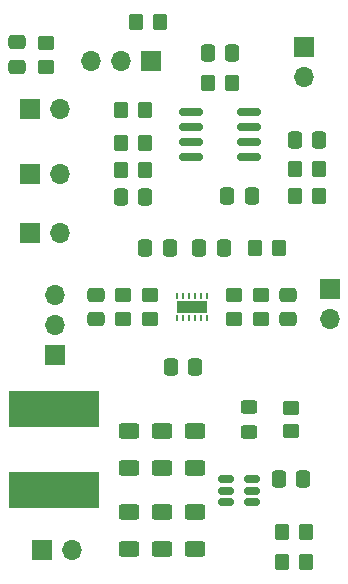
<source format=gbr>
%TF.GenerationSoftware,KiCad,Pcbnew,7.0.1-3b83917a11~172~ubuntu22.04.1*%
%TF.CreationDate,2023-04-19T02:42:24+01:00*%
%TF.ProjectId,mxr_microamp,6d78725f-6d69-4637-926f-616d702e6b69,rev?*%
%TF.SameCoordinates,Original*%
%TF.FileFunction,Soldermask,Top*%
%TF.FilePolarity,Negative*%
%FSLAX46Y46*%
G04 Gerber Fmt 4.6, Leading zero omitted, Abs format (unit mm)*
G04 Created by KiCad (PCBNEW 7.0.1-3b83917a11~172~ubuntu22.04.1) date 2023-04-19 02:42:24*
%MOMM*%
%LPD*%
G01*
G04 APERTURE LIST*
G04 Aperture macros list*
%AMRoundRect*
0 Rectangle with rounded corners*
0 $1 Rounding radius*
0 $2 $3 $4 $5 $6 $7 $8 $9 X,Y pos of 4 corners*
0 Add a 4 corners polygon primitive as box body*
4,1,4,$2,$3,$4,$5,$6,$7,$8,$9,$2,$3,0*
0 Add four circle primitives for the rounded corners*
1,1,$1+$1,$2,$3*
1,1,$1+$1,$4,$5*
1,1,$1+$1,$6,$7*
1,1,$1+$1,$8,$9*
0 Add four rect primitives between the rounded corners*
20,1,$1+$1,$2,$3,$4,$5,0*
20,1,$1+$1,$4,$5,$6,$7,0*
20,1,$1+$1,$6,$7,$8,$9,0*
20,1,$1+$1,$8,$9,$2,$3,0*%
G04 Aperture macros list end*
%ADD10O,1.700000X1.700000*%
%ADD11R,1.700000X1.700000*%
%ADD12RoundRect,0.250000X-0.350000X-0.450000X0.350000X-0.450000X0.350000X0.450000X-0.350000X0.450000X0*%
%ADD13RoundRect,0.250000X-0.337500X-0.475000X0.337500X-0.475000X0.337500X0.475000X-0.337500X0.475000X0*%
%ADD14RoundRect,0.250000X-0.475000X0.337500X-0.475000X-0.337500X0.475000X-0.337500X0.475000X0.337500X0*%
%ADD15RoundRect,0.250000X0.625000X-0.400000X0.625000X0.400000X-0.625000X0.400000X-0.625000X-0.400000X0*%
%ADD16RoundRect,0.250000X0.450000X-0.350000X0.450000X0.350000X-0.450000X0.350000X-0.450000X-0.350000X0*%
%ADD17RoundRect,0.250000X-0.625000X0.400000X-0.625000X-0.400000X0.625000X-0.400000X0.625000X0.400000X0*%
%ADD18RoundRect,0.250000X-0.450000X0.350000X-0.450000X-0.350000X0.450000X-0.350000X0.450000X0.350000X0*%
%ADD19RoundRect,0.250000X0.350000X0.450000X-0.350000X0.450000X-0.350000X-0.450000X0.350000X-0.450000X0*%
%ADD20RoundRect,0.250000X0.475000X-0.337500X0.475000X0.337500X-0.475000X0.337500X-0.475000X-0.337500X0*%
%ADD21RoundRect,0.250000X0.337500X0.475000X-0.337500X0.475000X-0.337500X-0.475000X0.337500X-0.475000X0*%
%ADD22R,7.700000X3.100000*%
%ADD23RoundRect,0.150000X-0.512500X-0.150000X0.512500X-0.150000X0.512500X0.150000X-0.512500X0.150000X0*%
%ADD24RoundRect,0.150000X-0.825000X-0.150000X0.825000X-0.150000X0.825000X0.150000X-0.825000X0.150000X0*%
%ADD25R,0.250000X0.500000*%
%ADD26R,2.650000X1.000000*%
%ADD27RoundRect,0.250000X-0.450000X0.325000X-0.450000X-0.325000X0.450000X-0.325000X0.450000X0.325000X0*%
G04 APERTURE END LIST*
D10*
%TO.C,J7*%
X132080000Y-82677000D03*
D11*
X129540000Y-82677000D03*
%TD*%
D10*
%TO.C,J6*%
X131673600Y-87909400D03*
X131673600Y-90449400D03*
D11*
X131673600Y-92989400D03*
%TD*%
D12*
%TO.C,R13*%
X137281500Y-72263000D03*
X139281500Y-72263000D03*
%TD*%
%TO.C,R12*%
X138551500Y-64770000D03*
X140551500Y-64770000D03*
%TD*%
D13*
%TO.C,C10*%
X146261000Y-79502000D03*
X148336000Y-79502000D03*
%TD*%
%TO.C,C9*%
X137244000Y-79629000D03*
X139319000Y-79629000D03*
%TD*%
%TO.C,C3*%
X151976000Y-74803000D03*
X154051000Y-74803000D03*
%TD*%
D12*
%TO.C,R7*%
X148606000Y-83947000D03*
X150606000Y-83947000D03*
%TD*%
D11*
%TO.C,J2*%
X152755600Y-66873200D03*
D10*
X152755600Y-69413200D03*
%TD*%
D14*
%TO.C,C7*%
X135148000Y-87862500D03*
X135148000Y-89937500D03*
%TD*%
%TO.C,C2*%
X128429050Y-66505000D03*
X128429050Y-68580000D03*
%TD*%
D13*
%TO.C,C5*%
X141393250Y-83947000D03*
X139318250Y-83947000D03*
%TD*%
D12*
%TO.C,R3*%
X137281500Y-75057000D03*
X139281500Y-75057000D03*
%TD*%
D11*
%TO.C,RV1*%
X139805500Y-68072000D03*
D10*
X137265500Y-68072000D03*
X134725500Y-68072000D03*
%TD*%
D15*
%TO.C,C16*%
X137922000Y-109386000D03*
X137922000Y-106286000D03*
%TD*%
%TO.C,C17*%
X140716000Y-109386000D03*
X140716000Y-106286000D03*
%TD*%
D11*
%TO.C,J5*%
X154940000Y-87371000D03*
D10*
X154940000Y-89911000D03*
%TD*%
D16*
%TO.C,R2*%
X130918250Y-66593300D03*
X130918250Y-68593300D03*
%TD*%
D17*
%TO.C,C29*%
X137922000Y-99428000D03*
X137922000Y-102528000D03*
%TD*%
D18*
%TO.C,R23*%
X151638000Y-97438000D03*
X151638000Y-99438000D03*
%TD*%
D16*
%TO.C,R9*%
X139720000Y-89900000D03*
X139720000Y-87900000D03*
%TD*%
D12*
%TO.C,R1*%
X144647500Y-69977000D03*
X146647500Y-69977000D03*
%TD*%
D13*
%TO.C,C4*%
X141455000Y-93980000D03*
X143530000Y-93980000D03*
%TD*%
D11*
%TO.C,J1*%
X129540000Y-72136000D03*
D10*
X132080000Y-72136000D03*
%TD*%
D19*
%TO.C,R6*%
X154013500Y-79502000D03*
X152013500Y-79502000D03*
%TD*%
D20*
%TO.C,C6*%
X151404000Y-89937500D03*
X151404000Y-87862500D03*
%TD*%
D17*
%TO.C,C20*%
X140716000Y-99428000D03*
X140716000Y-102528000D03*
%TD*%
D18*
%TO.C,R11*%
X137434000Y-87900000D03*
X137434000Y-89900000D03*
%TD*%
D15*
%TO.C,C30*%
X143510000Y-109386000D03*
X143510000Y-106286000D03*
%TD*%
D21*
%TO.C,C8*%
X145965250Y-83947000D03*
X143890250Y-83947000D03*
%TD*%
D11*
%TO.C,J3*%
X130551000Y-109448600D03*
D10*
X133091000Y-109448600D03*
%TD*%
%TO.C,J4*%
X132075000Y-77647800D03*
D11*
X129535000Y-77647800D03*
%TD*%
D18*
%TO.C,R8*%
X146832000Y-87900000D03*
X146832000Y-89900000D03*
%TD*%
D22*
%TO.C,L1*%
X131572000Y-104428000D03*
X131572000Y-97528000D03*
%TD*%
D13*
%TO.C,C18*%
X150600500Y-103518000D03*
X152675500Y-103518000D03*
%TD*%
D17*
%TO.C,C19*%
X143510000Y-99428000D03*
X143510000Y-102528000D03*
%TD*%
D13*
%TO.C,C1*%
X144610000Y-67437000D03*
X146685000Y-67437000D03*
%TD*%
D19*
%TO.C,R4*%
X139281500Y-77343000D03*
X137281500Y-77343000D03*
%TD*%
D23*
%TO.C,U6*%
X146100800Y-103518000D03*
X146100800Y-104468000D03*
X146100800Y-105418000D03*
X148375800Y-105418000D03*
X148375800Y-104468000D03*
X148375800Y-103518000D03*
%TD*%
D24*
%TO.C,U1*%
X143172500Y-72390000D03*
X143172500Y-73660000D03*
X143172500Y-74930000D03*
X143172500Y-76200000D03*
X148122500Y-76200000D03*
X148122500Y-74930000D03*
X148122500Y-73660000D03*
X148122500Y-72390000D03*
%TD*%
D25*
%TO.C,U2*%
X144510000Y-87950000D03*
X144010000Y-87950000D03*
X143510000Y-87950000D03*
X143010000Y-87950000D03*
X142510000Y-87950000D03*
X142010000Y-87950000D03*
X142010000Y-89850000D03*
X142510000Y-89850000D03*
X143010000Y-89850000D03*
X143510000Y-89850000D03*
X144010000Y-89850000D03*
X144510000Y-89850000D03*
D26*
X143260000Y-88900000D03*
%TD*%
D16*
%TO.C,R10*%
X149118000Y-89900000D03*
X149118000Y-87900000D03*
%TD*%
D12*
%TO.C,R22*%
X150892000Y-107950000D03*
X152892000Y-107950000D03*
%TD*%
D19*
%TO.C,R5*%
X154013500Y-77216000D03*
X152013500Y-77216000D03*
%TD*%
%TO.C,R21*%
X150892000Y-110490000D03*
X152892000Y-110490000D03*
%TD*%
D27*
%TO.C,D1*%
X148082000Y-97413000D03*
X148082000Y-99463000D03*
%TD*%
M02*

</source>
